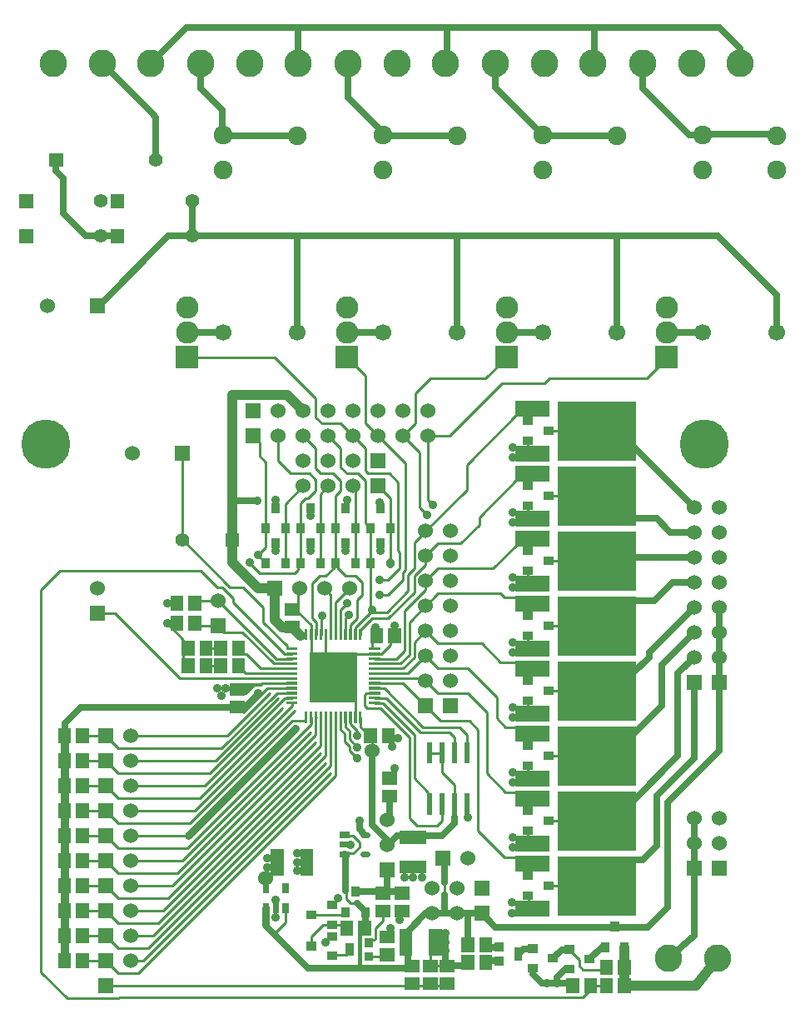
<source format=gbr>
G04 start of page 2 for group 0 idx 0 *
G04 Title: (unknown), top *
G04 Creator: pcb 4.1.3 *
G04 CreationDate: Fri Aug 16 20:44:32 2019 UTC *
G04 For: leha *
G04 Format: Gerber/RS-274X *
G04 PCB-Dimensions (mil): 3149.61 3937.01 *
G04 PCB-Coordinate-Origin: lower left *
%MOIN*%
%FSLAX25Y25*%
%LNTOP*%
%ADD43C,0.0512*%
%ADD42C,0.0480*%
%ADD41C,0.0433*%
%ADD40C,0.0300*%
%ADD39C,0.0380*%
%ADD38C,0.0500*%
%ADD37C,0.1378*%
%ADD36C,0.0350*%
%ADD35C,0.0200*%
%ADD34C,0.0757*%
%ADD33C,0.0281*%
%ADD32C,0.1969*%
%ADD31C,0.0360*%
%ADD30C,0.0340*%
%ADD29C,0.0240*%
%ADD28C,0.0900*%
%ADD27C,0.0748*%
%ADD26C,0.0669*%
%ADD25C,0.0550*%
%ADD24C,0.1100*%
%ADD23C,0.0600*%
%ADD22C,0.0198*%
%ADD21C,0.0120*%
%ADD20C,0.0171*%
%ADD19C,0.0407*%
%ADD18C,0.0335*%
%ADD17C,0.0298*%
%ADD16C,0.0256*%
%ADD15C,0.0177*%
%ADD14C,0.0400*%
%ADD13C,0.0250*%
%ADD12C,0.0098*%
%ADD11C,0.0001*%
G54D11*G36*
X121500Y141201D02*X140500D01*
Y121201D01*
X121500D01*
Y141201D01*
G37*
G36*
X95000Y124201D02*Y127701D01*
X100000D01*
X96500Y124201D01*
X95000D01*
G37*
G54D12*X132000Y91701D02*Y115157D01*
X131985Y115172D01*
X130000Y95701D02*Y115156D01*
X130016Y115172D01*
X139859D02*Y122060D01*
X147529Y120875D02*X150826D01*
X163500Y108201D01*
X141827Y115172D02*Y111374D01*
X144000Y109201D01*
X140500Y109701D02*Y107701D01*
X137890Y115172D02*Y112311D01*
X140500Y109701D01*
X135922Y115172D02*Y111279D01*
X137400Y109801D01*
X133953Y115172D02*Y110248D01*
X135400Y108801D01*
X137400Y109801D02*Y106301D01*
X140500Y103201D01*
X135400Y108801D02*Y105301D01*
X137400Y103301D01*
Y101801D01*
X140500Y98701D01*
X146500Y101701D02*Y107158D01*
X145957Y107701D01*
X161500Y107201D02*Y74701D01*
X163500Y108201D02*Y90701D01*
X169000Y85201D01*
Y80951D01*
X169500Y80451D01*
Y100951D02*X174500D01*
Y93201D01*
X174000Y113701D02*X172000Y115701D01*
X161500Y74701D02*X164500Y71701D01*
X172500D01*
X174500Y73701D01*
Y93201D02*X179500Y88201D01*
X174500Y73701D02*Y80451D01*
X179500Y88201D02*Y75201D01*
G54D13*Y72701D01*
X174500Y67701D01*
X156478D01*
X153500Y83658D02*Y75201D01*
X146500Y72201D02*Y101701D01*
G54D12*X137000Y67701D02*X139000D01*
G54D13*X143700Y68101D02*X141500Y70301D01*
Y73701D01*
X153000Y65701D02*X146500Y72201D01*
X275500Y139201D02*X269000Y132701D01*
X275500Y149201D02*X262500Y136201D01*
X285500Y159201D02*Y101701D01*
X262500Y136201D02*Y119701D01*
X275500Y159201D02*X257500Y141201D01*
Y139201D01*
X275500Y27701D02*Y75701D01*
X255000Y58201D02*X260500Y63701D01*
X285500Y101701D02*X265000Y81201D01*
Y39201D01*
X257000Y31201D01*
X260500Y63701D02*Y83701D01*
X275500Y98701D01*
X269000Y99701D02*X251500Y82201D01*
X275500Y129201D02*Y98701D01*
X269000Y132701D02*Y99701D01*
X262500Y119701D02*X251000Y108201D01*
X257500Y139201D02*X251000Y132701D01*
X205077Y20445D02*X207233Y22601D01*
X210800D01*
X219000Y18701D02*X222500Y22201D01*
X225500D01*
G54D12*X229500Y18201D02*X225500Y22201D01*
G54D13*X233700Y18401D02*X238500Y23201D01*
X239500D01*
G54D12*Y14201D02*X231000D01*
X240457Y7701D02*X234043D01*
Y6244D01*
X231000Y3201D01*
Y14201D02*X229500Y15701D01*
Y18201D01*
X240500Y15201D02*X239500Y14201D01*
G54D13*X247600Y23101D02*Y7758D01*
X247543Y7701D01*
G54D14*X247600Y8201D02*Y23101D01*
Y7701D02*X276200D01*
X285000Y18701D01*
G54D13*X265300D02*X275500Y27701D01*
X257000Y31201D02*X196000D01*
X190500Y36701D01*
X253211Y58146D02*X249711D01*
X253500Y58201D02*X255000D01*
G54D12*X209000Y51701D02*Y54201D01*
X209211Y43646D02*Y40646D01*
X217711Y47646D02*X222211D01*
X196500Y123201D02*Y114701D01*
X200000Y111201D01*
X204500D01*
X231000Y3201D02*X45500D01*
X175586Y7701D02*X40000D01*
X45500Y3201D02*X45000Y2701D01*
G54D13*X225957Y8701D02*X226957Y7701D01*
X225957Y8701D02*X226728Y7929D01*
X225500Y14501D02*X223800D01*
X220500Y11201D01*
Y8701D01*
X210800Y14801D02*Y12401D01*
X214500Y8701D01*
X225957D01*
X161000Y14701D02*X121000D01*
G54D12*X176500Y8615D02*X175586Y7701D01*
G54D13*X175000Y58701D02*X175500Y58201D01*
Y49201D01*
G54D12*Y44201D01*
G54D13*Y36701D01*
X104000Y32201D02*Y38601D01*
X104100Y31601D02*Y38701D01*
G54D12*X111900D02*Y33101D01*
G54D13*X104000Y38601D02*X104100Y38701D01*
G54D12*X130500Y19701D02*X131000Y20201D01*
X136500D01*
X122300Y23601D02*Y27501D01*
X127000Y32201D01*
G54D13*X121000Y14701D02*X104100Y31601D01*
G54D12*X111900Y33101D02*X107250Y28451D01*
X122300Y36101D02*X134900D01*
X136000Y37201D01*
X127000Y32201D02*X134957D01*
X136457Y30701D01*
X136250Y42451D02*Y45451D01*
X136000Y45701D01*
G54D15*X141500Y28658D02*Y14701D01*
G54D12*X148000Y26701D02*X147500Y26201D01*
X146421D01*
X145177Y24957D01*
X141500Y28658D02*X143800Y30958D01*
X151000Y37658D02*Y33701D01*
X148000Y30701D01*
Y26701D01*
G54D16*X143800Y37201D02*Y30958D01*
G54D13*Y37701D02*X143500D01*
X140500Y40701D01*
G54D12*X138000D01*
X136250Y42451D01*
X145177Y19445D02*X151787D01*
X152500Y20158D01*
X139900Y45401D02*X150343D01*
X151000Y44744D01*
G54D13*X152500Y64201D02*X153000D01*
X156500Y67701D01*
X152500Y54201D02*Y45901D01*
X152000Y45401D01*
X153000Y64201D02*Y65701D01*
X136000Y45701D02*Y59801D01*
X135500Y60301D01*
G54D12*X137100D01*
X139000Y67701D02*X141500Y65201D01*
Y63201D01*
X139000Y60701D01*
X136500D01*
G54D13*X140500Y45401D02*X157843D01*
X158500Y44744D01*
X190500Y36701D02*X168000D01*
X160500Y29201D01*
Y26201D01*
X161000Y25701D01*
X184914Y24201D02*Y36615D01*
X185000Y36701D01*
X161000Y25701D02*Y14701D01*
G54D12*X170000Y15701D02*Y23153D01*
X171905Y25058D01*
G54D13*X197400Y23201D02*X193000D01*
X192000Y24201D01*
G54D12*X176500Y15701D02*X170000D01*
G54D13*X176500D02*X183414D01*
X184914Y17201D01*
X197400Y17689D02*X192488D01*
X192000Y17201D01*
X176000Y28658D02*Y16201D01*
X176500Y15701D01*
G54D12*X209000Y77701D02*Y80701D01*
Y69701D02*Y66701D01*
X217500Y73701D02*X222000D01*
X209000Y103701D02*Y106701D01*
Y95701D02*Y92701D01*
X217500Y99701D02*X222000D01*
X189000Y110201D02*Y69701D01*
X192500Y117201D02*Y92701D01*
X189000Y69701D02*X199500Y59201D01*
X192500Y92701D02*X200000Y85201D01*
X205000D01*
X199500Y59201D02*X204500D01*
X209000Y129701D02*Y132701D01*
Y121701D02*Y118701D01*
X217500Y125701D02*X222000D01*
X217500Y151701D02*X222000D01*
X209000Y155701D02*Y158701D01*
Y147701D02*Y144701D01*
X190500D02*X198000Y137201D01*
X204500D01*
X173000Y124701D02*X185000D01*
X192500Y117201D01*
X191750Y127951D02*X196500Y123201D01*
X73500Y72701D02*X114500Y113701D01*
G54D17*X73000Y67701D02*X116000Y110701D01*
G54D12*X72500Y62701D02*X122142Y112343D01*
G54D13*X92500Y119201D02*X30000D01*
G54D12*X70500Y57701D02*X122000Y109201D01*
X68500Y52701D02*X124000Y108201D01*
X66500Y47701D02*X124000Y105201D01*
X65000Y42701D02*X126000Y103701D01*
X63000Y37701D02*X126000Y100701D01*
X61000Y32701D02*X128000Y99701D01*
X59000Y27701D02*X128000Y96701D01*
X57000Y22701D02*X130000Y95701D01*
X55000Y17701D02*X130000Y92701D01*
X53000Y12701D02*X132000Y91701D01*
X50000Y57701D02*X70500D01*
X40000D02*X30543D01*
Y67701D02*X40000D01*
Y57701D02*X45000Y52701D01*
X40000Y47701D02*X45000Y42701D01*
X40000Y37701D02*X45000Y32701D01*
X40000Y27701D02*X45000Y22701D01*
Y52701D02*X68500D01*
X50000Y47701D02*X66500D01*
X45000Y42701D02*X65000D01*
X30543Y47701D02*X40000D01*
X50000Y37701D02*X63000D01*
X45000Y32701D02*X61000D01*
X50000Y27701D02*X59000D01*
X45000Y22701D02*X57000D01*
X40000Y27701D02*X30543D01*
Y37701D02*X40000D01*
X50000Y17701D02*X55000D01*
X30543D02*X40000D01*
X45000Y12701D01*
X53000D01*
X45000Y2701D02*X24500D01*
X14000Y13201D01*
X40000Y77701D02*X30543D01*
Y87701D02*X40000D01*
X30543Y97701D02*X40000D01*
X30543Y107701D02*X40000D01*
G54D18*X23457D02*Y17701D01*
G54D13*X30000Y119201D02*X23457Y112658D01*
Y106744D01*
G54D12*X14000Y13201D02*Y166201D01*
X21500Y173701D01*
X78000D01*
X40000Y107701D02*X45000Y102701D01*
X86300D01*
X40000Y97701D02*X45000Y92701D01*
X81600D01*
X50000Y107701D02*X88500D01*
X50000Y97701D02*X84000D01*
X40000Y87701D02*X45000Y82701D01*
X40000Y77701D02*X45000Y72701D01*
X51500D01*
X40000Y67701D02*X45000Y62701D01*
Y82701D02*X77500D01*
X50000Y87701D02*X79700D01*
X50000Y77701D02*X75500D01*
X51000Y72701D02*X73500D01*
X50000Y67701D02*X73000D01*
X45000Y62701D02*X72500D01*
X86300Y102701D02*X108410Y124811D01*
X114471D01*
X111741Y122842D02*X114471D01*
X114500Y120403D02*X114471Y120874D01*
X88500Y107701D02*X105500Y124701D01*
X77500Y82701D02*X114500Y119701D01*
X84000Y97701D02*X109000Y122701D01*
X79700Y87701D02*X110700Y118701D01*
X75500Y77701D02*X115500Y117701D01*
X122142Y112343D02*Y115172D01*
X124000Y108201D02*Y115061D01*
X124111Y115172D01*
X126000Y103701D02*Y113201D01*
X128000Y99701D02*Y114201D01*
X114500Y119701D02*Y120403D01*
Y113701D02*X120000D01*
X122500Y168701D02*Y154701D01*
X124110Y148230D02*Y153091D01*
X122500Y154701D02*X124110Y153091D01*
X126078Y148230D02*Y155279D01*
X126500Y155701D01*
X122500Y168701D02*X125500Y171701D01*
X128000D01*
G54D19*X118000Y147701D02*X114500Y151201D01*
X110500D01*
X107500Y154201D01*
G54D12*X103000Y153201D02*X112500Y143701D01*
Y142701D01*
G54D19*X107500Y154201D02*Y166701D01*
G54D12*X103000Y159201D02*Y153201D01*
X36500Y156701D02*X43500D01*
X69500Y130701D01*
X94500Y149201D02*X87000D01*
G54D20*X88000Y126701D02*X90500D01*
G54D12*X85000Y151701D02*X76543D01*
X75543Y152701D01*
X95293Y140451D02*X93043Y142701D01*
X90500Y183701D02*Y185701D01*
G54D16*X91000Y178701D02*X90500Y179201D01*
G54D12*X70600Y186301D02*X89700Y167201D01*
X85000Y161701D02*X76543D01*
X75543Y160701D01*
X114471Y126779D02*X104578D01*
X114471Y128748D02*X102547D01*
X101586Y132701D02*X114000D01*
X114471Y134653D02*X102048D01*
X114471Y136622D02*X109579D01*
X114471Y138590D02*X108111D01*
X107079Y136622D02*X109921D01*
X102547Y128748D02*X102000Y128201D01*
X69500Y130701D02*X114500D01*
G54D21*X102000Y128201D02*X93500D01*
G54D22*X101000Y124701D02*X95000Y118701D01*
G54D12*X104578Y126779D02*X95000Y117201D01*
X102000Y132701D02*X96043D01*
X93043Y135701D01*
X96250Y140451D02*X95293D01*
X102048Y134653D02*X96250Y140451D01*
X94500Y149201D02*X107079Y136622D01*
X108111Y138590D02*X85000Y161701D01*
X111800Y176701D02*Y190701D01*
X101000Y180201D02*X104000Y176701D01*
Y183201D02*X101000Y180201D01*
X97500Y176701D02*X101500Y172701D01*
X102500Y167201D02*X91000Y178701D01*
G54D19*X101000Y166701D02*X90600Y177101D01*
G54D12*X95000Y167201D02*X103000Y159201D01*
X89700Y167201D02*X95000D01*
X101500Y172701D02*X115500D01*
X117000Y174201D01*
Y175701D01*
X118000Y176701D01*
G54D16*X107500Y167201D02*X102500D01*
G54D19*X107500Y166701D02*X101000D01*
G54D12*X97500Y177201D02*Y176701D01*
G54D16*X90500Y179201D02*Y186201D01*
G54D19*X90600Y177101D02*Y186201D01*
G54D13*X16500Y280201D02*Y279701D01*
X23000Y316701D02*X32000Y307701D01*
X44500D01*
X23000Y330701D02*Y316701D01*
X20000Y333701D02*X23000Y330701D01*
X65000Y307701D02*X36500Y279201D01*
X20000Y338201D02*Y333701D01*
X38400Y376701D02*X58400Y356701D01*
X60000Y355201D02*Y338201D01*
X58500Y356701D02*X60000Y355201D01*
X78000Y366701D02*X86500Y358201D01*
X78000Y376701D02*Y366701D01*
X74500Y321701D02*Y307701D01*
X87000Y269201D02*X72500D01*
X137000Y376701D02*Y363201D01*
X117000Y376901D02*Y391201D01*
X116800Y376701D02*X117000Y376901D01*
X87260Y347941D02*X116500D01*
X86500Y358201D02*Y348701D01*
X87000Y348201D01*
X175800Y376701D02*X176500Y377401D01*
X151260Y347941D02*X180500D01*
X137000Y363201D02*X151000Y349201D01*
Y348201D01*
X65000Y307701D02*X285000D01*
X176500Y377401D02*Y391201D01*
X72300D02*X285500D01*
X57800Y376701D02*X72300Y391201D01*
X255000Y376701D02*Y366701D01*
X273500Y348201D01*
X279000D01*
X235500Y377401D02*Y391201D01*
X234800Y376701D02*X235500Y377401D01*
X293800Y382501D02*Y376701D01*
X294000Y382701D02*X293800Y382501D01*
X285500Y391201D02*X294000Y382701D01*
X215260Y347941D02*X244500D01*
X196000Y376701D02*Y367201D01*
X215000Y348201D01*
X279120Y348321D02*X308120D01*
X116500Y269201D02*Y307701D01*
G54D12*X124000Y242701D02*X107500Y259201D01*
X72500D01*
G54D13*X151000Y269201D02*X136500D01*
G54D12*X144000Y232701D02*Y251701D01*
X136500Y259201D01*
X164000Y244701D02*X170000Y250701D01*
X192000D01*
X200500Y259201D01*
X177500Y227701D02*X198500Y248701D01*
X215500D01*
X217500Y250701D01*
G54D13*X285000Y307701D02*X308500Y284201D01*
Y269201D01*
X279000D02*X264500D01*
X244500D02*Y307701D01*
X180500Y269201D02*Y307701D01*
X215000Y269201D02*X200500D01*
G54D12*X217500Y250701D02*X256500D01*
X264500Y258701D01*
G54D13*X275500Y199201D02*X249000Y225701D01*
X275500Y189201D02*X266000D01*
X260500Y194701D01*
X249500D01*
X275500Y179201D02*X250500D01*
X275500Y169201D02*X267000D01*
X259500Y161701D01*
X250500D01*
G54D12*X122141Y148230D02*Y142560D01*
Y148230D02*Y152060D01*
X117000Y157201D01*
X111642Y140559D02*X91000Y161201D01*
X122141Y142701D02*Y140560D01*
X128047Y148230D02*Y140748D01*
X114471Y140559D02*X111642D01*
X117500Y166701D02*X117000Y166201D01*
Y159701D01*
X127500Y166701D02*X130000Y164201D01*
X131984Y161185D02*X137500Y166701D01*
X133952Y158153D02*X136500Y160701D01*
X130000Y164201D02*Y148201D01*
X131984Y148230D02*Y161185D01*
X133952Y148230D02*Y158153D01*
X137889Y148230D02*Y152090D01*
X137100Y156101D02*X135900Y154901D01*
Y149901D01*
X91000Y161201D02*Y162701D01*
X64500Y152701D02*X71000Y146201D01*
Y134701D01*
X80043Y142701D02*X85957D01*
X80043Y135701D02*X85957D01*
X81600Y92701D02*X111600Y122701D01*
X168000Y179701D02*X173000Y184701D01*
X209000Y181701D02*Y184701D01*
Y173701D02*Y170701D01*
X217500Y177701D02*X222000D01*
X173000Y174701D02*X195000D01*
X204500Y184201D01*
X173000Y164701D02*X191500D01*
X168000Y176201D02*Y179701D01*
X173000Y184701D02*X182000D01*
X189500Y192201D01*
X188000Y164701D02*X198000D01*
X199500Y163201D01*
X204000D01*
X168000Y169701D02*X173000Y174701D01*
X168000Y166201D02*Y169701D01*
X163500Y165201D02*Y171701D01*
X168000Y176201D01*
X161000Y172201D02*X163500Y174701D01*
X161000Y172201D02*Y165701D01*
X159000Y170201D02*X153000Y164201D01*
X159000Y173201D02*Y170201D01*
X160000Y174201D02*X159000Y173201D01*
X157000Y181701D02*X157500Y181201D01*
Y174701D01*
X153000Y170201D01*
X149500D01*
X209000Y207701D02*Y210701D01*
Y199701D02*Y196701D01*
X217500Y203701D02*X222000D01*
X209000Y233701D02*Y236701D01*
Y225701D02*Y222701D01*
X217500Y229701D02*X222000D01*
X167500Y189201D02*X163500Y185201D01*
Y174701D01*
X165500Y199201D02*Y221201D01*
X159000Y227701D01*
X169000Y202201D02*Y227701D01*
X159000D02*X164000Y232701D01*
X168500Y196201D02*X165500Y199201D01*
X168000Y189701D02*X184500Y206201D01*
X171000Y200201D02*X169000Y202201D01*
X189500Y192201D02*Y195201D01*
X169000Y227701D02*X177500D01*
X184500Y206201D02*Y216201D01*
X205000Y236701D01*
X189500Y195201D02*X205000Y210701D01*
X132000Y190701D02*Y177201D01*
X139800Y190401D02*Y176701D01*
X132000D02*Y176201D01*
X128000Y171701D02*X131500Y175201D01*
X136000Y171701D02*X132500Y175201D01*
X131500D02*Y176201D01*
X132500Y175201D02*Y175701D01*
X132000Y176201D01*
X131500D02*X132000Y176701D01*
X142500Y164201D02*Y169201D01*
X140000Y171701D01*
X136000D01*
X146000Y157201D02*Y190701D01*
X144000Y192701D01*
X139800Y190701D02*Y201901D01*
X153800Y176701D02*Y202901D01*
X149000Y207701D01*
X139800Y201701D02*Y206901D01*
X139000Y207701D01*
X144000Y209701D02*Y192701D01*
X160000Y216701D02*Y174201D01*
X164000Y232701D02*Y244701D01*
X157000Y209201D02*Y181701D01*
Y209201D02*Y208701D01*
X144000Y209701D02*X141000Y212701D01*
X144000Y222701D02*Y213701D01*
X145000Y212701D01*
X144000Y222701D02*X134000Y232701D01*
X160000Y216701D02*X144000Y232701D01*
X141000Y212701D02*X136500D01*
X145000D02*X153500D01*
X157000Y209201D01*
X136500Y212701D02*X134000Y215201D01*
X125800Y176701D02*Y204501D01*
X132000Y191201D02*Y203701D01*
X111800Y191401D02*Y200501D01*
X119000Y207701D01*
X118000Y176701D02*Y200701D01*
G54D19*X90500Y244201D02*Y185701D01*
G54D12*X91000Y162701D02*X86500Y167201D01*
X84500D01*
X78000Y173701D01*
X70500Y220701D02*Y186201D01*
X104000Y183201D02*Y217201D01*
X101500Y219701D01*
X109000Y217701D02*Y227701D01*
X124000Y222701D02*X119000Y227701D01*
X101500Y225201D02*Y219701D01*
X114000Y212701D02*X109000Y217701D01*
G54D19*X119000Y237701D02*X112500Y244201D01*
G54D12*X126500Y232701D02*X124000Y235201D01*
Y242701D01*
X118000Y200701D02*X120000Y202701D01*
G54D13*X100500Y201701D02*X90500D01*
G54D19*X112000Y244201D02*X90500D01*
G54D12*X121500Y212701D02*X114000D01*
X120000Y202701D02*X121000D01*
X124000Y205701D01*
Y210201D02*X121500Y212701D01*
X124000Y210201D02*Y205701D01*
X126000Y212701D02*X124000Y214701D01*
Y222701D01*
X125800Y204501D02*X129000Y207701D01*
X132000Y203701D02*X134000Y205701D01*
Y209701D02*X131000Y212701D01*
X126000D01*
X134000Y209701D02*Y205701D01*
Y215201D02*Y222701D01*
X129000Y227701D01*
X134000Y232701D02*X126500D01*
X147529Y140560D02*X141859D01*
X148457Y147701D02*X146500Y145744D01*
Y142701D01*
X147529Y140560D02*X150359D01*
X154000Y144201D01*
Y145201D01*
X142000Y140560D02*X140141D01*
X142500Y164201D02*X140500Y162201D01*
Y154701D01*
X142500Y153701D03*
X141826Y148230D02*Y150027D01*
X146500Y154701D01*
X139858Y151059D02*X146500Y157701D01*
X146000Y157201D02*X144750Y155951D01*
X146500Y154701D02*X153000D01*
X152500Y157201D02*X146000D01*
X149500Y163701D02*Y164201D01*
X153000D02*X149500D01*
X140500Y154701D02*X137889Y152090D01*
X139858Y148230D02*Y151059D01*
X147529Y128749D02*X158952D01*
X147529Y126780D02*X151421D01*
X152358Y122843D02*X147529D01*
Y124812D02*X144111D01*
X143500Y124201D01*
X147529Y130717D02*X166984D01*
X147529Y132686D02*X160985D01*
X151421Y126780D02*X167000Y111201D01*
X166000Y109201D02*X152358Y122843D01*
X150000Y118701D02*X161500Y107201D01*
X189000Y110201D02*X185500Y113701D01*
X174000D01*
X143500Y124201D02*Y119701D01*
X144500Y118701D01*
X150000D01*
X168000Y149701D02*X173000Y144701D01*
X168000Y139701D02*X173000Y134701D01*
X160985Y132686D02*X168000Y139701D01*
X163500Y145201D02*X168000Y149701D01*
X173000Y164701D02*X161500Y153201D01*
X159500Y141701D02*Y157701D01*
X168000Y166201D01*
X147529Y134654D02*X158953D01*
X147529Y136623D02*X157922D01*
X147529Y138591D02*X156390D01*
X158953Y134654D02*X163500Y139201D01*
Y145201D01*
X157922Y136623D02*X161500Y140201D01*
Y153201D01*
X153000Y154701D02*X163500Y165201D01*
X156390Y138591D02*X159500Y141701D01*
X161000Y165701D02*X152500Y157201D01*
X173000Y114701D02*X158952Y128749D01*
X173000Y124701D02*X166984Y130717D01*
X167000Y111201D02*X181500D01*
X166000Y109201D02*X177500D01*
X179500Y107201D01*
X181500Y111201D02*X184500Y108201D01*
Y103201D01*
X179500Y107201D02*Y100951D01*
X173000Y134701D02*X185000D01*
X192000Y127701D01*
X173000Y144701D02*X190500D01*
G54D23*X168000Y149701D03*
Y159701D03*
Y169701D03*
Y179701D03*
G54D11*G36*
X165000Y122701D02*Y116701D01*
X171000D01*
Y122701D01*
X165000D01*
G37*
G54D23*X168000Y129701D03*
Y139701D03*
Y189701D03*
X178000D03*
G54D11*G36*
X175000Y122701D02*Y116701D01*
X181000D01*
Y122701D01*
X175000D01*
G37*
G54D23*X178000Y129701D03*
Y139701D03*
Y149701D03*
Y159701D03*
Y169701D03*
Y179701D03*
G54D11*G36*
X272500Y132201D02*Y126201D01*
X278500D01*
Y132201D01*
X272500D01*
G37*
G54D23*X275500Y139201D03*
Y149201D03*
Y159201D03*
Y169201D03*
Y179201D03*
Y189201D03*
Y199201D03*
X285500D03*
G54D11*G36*
X282500Y132201D02*Y126201D01*
X288500D01*
Y132201D01*
X282500D01*
G37*
G54D23*X285500Y139201D03*
Y149201D03*
Y159201D03*
Y169201D03*
Y179201D03*
Y189201D03*
G54D11*G36*
X187500Y39701D02*Y33701D01*
X193500D01*
Y39701D01*
X187500D01*
G37*
G36*
Y49701D02*Y43701D01*
X193500D01*
Y49701D01*
X187500D01*
G37*
G54D23*X180500Y36701D03*
X170500D03*
G54D11*G36*
X172000Y61701D02*Y55701D01*
X178000D01*
Y61701D01*
X172000D01*
G37*
G54D23*X185000Y58701D03*
X180500Y46701D03*
X170500D03*
G54D24*X285000Y18701D03*
X265300D03*
G54D11*G36*
X272500Y57701D02*Y51701D01*
X278500D01*
Y57701D01*
X272500D01*
G37*
G54D23*X275500Y64701D03*
Y74701D03*
G54D11*G36*
X282500Y57701D02*Y51701D01*
X288500D01*
Y57701D01*
X282500D01*
G37*
G54D23*X285500Y64701D03*
Y74701D03*
G54D11*G36*
X104500Y169701D02*Y163701D01*
X110500D01*
Y169701D01*
X104500D01*
G37*
G54D23*X117500Y166701D03*
X127500D03*
X137500D03*
G54D11*G36*
X82000Y154701D02*Y148701D01*
X88000D01*
Y154701D01*
X82000D01*
G37*
G54D23*X85000Y161701D03*
G54D11*G36*
X87850Y188951D02*Y183451D01*
X93350D01*
Y188951D01*
X87850D01*
G37*
G36*
X33500Y159701D02*Y153701D01*
X39500D01*
Y159701D01*
X33500D01*
G37*
G36*
X37000Y110701D02*Y104701D01*
X43000D01*
Y110701D01*
X37000D01*
G37*
G54D23*X50000Y107701D03*
G54D11*G36*
X37000Y100701D02*Y94701D01*
X43000D01*
Y100701D01*
X37000D01*
G37*
G54D25*X70600Y186201D03*
G54D11*G36*
X37000Y40701D02*Y34701D01*
X43000D01*
Y40701D01*
X37000D01*
G37*
G54D23*X50000Y37701D03*
G54D11*G36*
X37000Y50701D02*Y44701D01*
X43000D01*
Y50701D01*
X37000D01*
G37*
G54D23*X50000Y47701D03*
Y97701D03*
Y87701D03*
Y77701D03*
Y67701D03*
Y57701D03*
G54D11*G36*
X37000Y90701D02*Y84701D01*
X43000D01*
Y90701D01*
X37000D01*
G37*
G36*
Y80701D02*Y74701D01*
X43000D01*
Y80701D01*
X37000D01*
G37*
G36*
Y70701D02*Y64701D01*
X43000D01*
Y70701D01*
X37000D01*
G37*
G36*
Y60701D02*Y54701D01*
X43000D01*
Y60701D01*
X37000D01*
G37*
G36*
Y30701D02*Y24701D01*
X43000D01*
Y30701D01*
X37000D01*
G37*
G54D23*X50000Y27701D03*
G54D11*G36*
X37000Y20701D02*Y14701D01*
X43000D01*
Y20701D01*
X37000D01*
G37*
G54D23*X50000Y17701D03*
G54D11*G36*
X37000Y10701D02*Y4701D01*
X43000D01*
Y10701D01*
X37000D01*
G37*
G36*
X146000Y210701D02*Y204701D01*
X152000D01*
Y210701D01*
X146000D01*
G37*
G54D23*X139000Y207701D03*
G54D11*G36*
X146000Y220701D02*Y214701D01*
X152000D01*
Y220701D01*
X146000D01*
G37*
G54D23*X139000Y217701D03*
X129000Y207701D03*
X119000D03*
X129000Y217701D03*
X119000D03*
G54D11*G36*
X149500Y57201D02*Y51201D01*
X155500D01*
Y57201D01*
X149500D01*
G37*
G54D23*X152500Y64201D03*
Y74201D03*
X149000Y227701D03*
X159000D03*
X169000D03*
G54D11*G36*
X96000Y230701D02*Y224701D01*
X102000D01*
Y230701D01*
X96000D01*
G37*
G54D23*X109000Y227701D03*
G54D11*G36*
X96000Y240701D02*Y234701D01*
X102000D01*
Y240701D01*
X96000D01*
G37*
G54D23*X109000Y237701D03*
X119000Y227701D03*
X129000D03*
X139000D03*
X119000Y237701D03*
G54D26*X116500Y269201D03*
G54D23*X129000Y237701D03*
X36500Y166701D03*
G54D11*G36*
X67500Y223701D02*Y217701D01*
X73500D01*
Y223701D01*
X67500D01*
G37*
G54D24*X78000Y376701D03*
X97400D03*
X116800D03*
X137000D03*
X156400D03*
X175800D03*
G54D27*X150972Y334161D03*
X180500Y347941D03*
G54D25*X74500Y307701D03*
G54D27*X86972Y334161D03*
X116500Y347941D03*
G54D25*X74500Y321701D03*
G54D24*X196000Y376701D03*
X215400D03*
X234800D03*
X255000D03*
X274400D03*
X293800D03*
G54D26*X278972Y269201D03*
X308500D03*
G54D27*X278972Y334161D03*
X214972D03*
X308500Y347941D03*
X244500D03*
G54D26*X214972Y269201D03*
X244500D03*
G54D11*G36*
X260000Y263701D02*Y254701D01*
X269000D01*
Y263701D01*
X260000D01*
G37*
G54D28*X264500Y269201D03*
Y279201D03*
G54D23*X139000Y237701D03*
G54D11*G36*
X132000Y263701D02*Y254701D01*
X141000D01*
Y263701D01*
X132000D01*
G37*
G54D28*X136500Y269201D03*
Y279201D03*
G54D26*X150972Y269201D03*
G54D23*X149000Y237701D03*
X159000D03*
X169000D03*
G54D26*X180500Y269201D03*
G54D11*G36*
X196000Y263701D02*Y254701D01*
X205000D01*
Y263701D01*
X196000D01*
G37*
G54D28*X200500Y269201D03*
Y279201D03*
G54D23*X50500Y220701D03*
G54D24*X57800Y376701D03*
G54D25*X60000Y338201D03*
G54D11*G36*
X41750Y310451D02*Y304951D01*
X47250D01*
Y310451D01*
X41750D01*
G37*
G36*
X5250Y324451D02*Y318951D01*
X10750D01*
Y324451D01*
X5250D01*
G37*
G36*
Y310451D02*Y304951D01*
X10750D01*
Y310451D01*
X5250D01*
G37*
G54D25*X38000Y307701D03*
G54D11*G36*
X41750Y324451D02*Y318951D01*
X47250D01*
Y324451D01*
X41750D01*
G37*
G36*
X68000Y263701D02*Y254701D01*
X77000D01*
Y263701D01*
X68000D01*
G37*
G54D28*X72500Y269201D03*
Y279201D03*
G54D26*X86972Y269201D03*
G54D24*X19000Y376701D03*
X38400D03*
G54D11*G36*
X33500Y282701D02*Y276701D01*
X39500D01*
Y282701D01*
X33500D01*
G37*
G54D23*X16500Y279701D03*
G54D11*G36*
X17250Y340951D02*Y335451D01*
X22750D01*
Y340951D01*
X17250D01*
G37*
G54D25*X38000Y321701D03*
G54D11*G36*
X185500Y105201D02*X183500D01*
Y96701D01*
X185500D01*
Y105201D01*
G37*
G36*
X180500D02*X178500D01*
Y96701D01*
X180500D01*
Y105201D01*
G37*
G36*
X175500D02*X173500D01*
Y96701D01*
X175500D01*
Y105201D01*
G37*
G36*
X170500Y84701D02*X168500D01*
Y76201D01*
X170500D01*
Y84701D01*
G37*
G36*
X175500D02*X173500D01*
Y76201D01*
X175500D01*
Y84701D01*
G37*
G36*
X180500D02*X178500D01*
Y76201D01*
X180500D01*
Y84701D01*
G37*
G36*
X185500D02*X183500D01*
Y76201D01*
X185500D01*
Y84701D01*
G37*
G36*
X170500Y105201D02*X168500D01*
Y96701D01*
X170500D01*
Y105201D01*
G37*
G36*
X155602Y110653D02*X150484D01*
Y104749D01*
X155602D01*
Y110653D01*
G37*
G36*
X148516D02*X143398D01*
Y104749D01*
X148516D01*
Y110653D01*
G37*
G36*
X150548Y93303D02*Y88185D01*
X156452D01*
Y93303D01*
X150548D01*
G37*
G36*
Y86217D02*Y81099D01*
X156452D01*
Y86217D01*
X150548D01*
G37*
G36*
X158102Y150653D02*X152984D01*
Y144749D01*
X158102D01*
Y150653D01*
G37*
G36*
X151016D02*X145898D01*
Y144749D01*
X151016D01*
Y150653D01*
G37*
G36*
X145279Y121426D02*Y120324D01*
X149779D01*
Y121426D01*
X145279D01*
G37*
G36*
Y123394D02*Y122292D01*
X149779D01*
Y123394D01*
X145279D01*
G37*
G36*
Y125363D02*Y124261D01*
X149779D01*
Y125363D01*
X145279D01*
G37*
G36*
Y127331D02*Y126229D01*
X149779D01*
Y127331D01*
X145279D01*
G37*
G36*
Y129300D02*Y128198D01*
X149779D01*
Y129300D01*
X145279D01*
G37*
G36*
Y131268D02*Y130166D01*
X149779D01*
Y131268D01*
X145279D01*
G37*
G36*
Y133237D02*Y132135D01*
X149779D01*
Y133237D01*
X145279D01*
G37*
G36*
Y135205D02*Y134103D01*
X149779D01*
Y135205D01*
X145279D01*
G37*
G36*
Y137174D02*Y136072D01*
X149779D01*
Y137174D01*
X145279D01*
G37*
G36*
Y139142D02*Y138040D01*
X149779D01*
Y139142D01*
X145279D01*
G37*
G36*
Y141111D02*Y140009D01*
X149779D01*
Y141111D01*
X145279D01*
G37*
G36*
Y143079D02*Y141977D01*
X149779D01*
Y143079D01*
X145279D01*
G37*
G36*
X122964Y62515D02*X117846D01*
Y51887D01*
X122964D01*
Y62515D01*
G37*
G36*
X133500Y69301D02*Y66901D01*
X137500D01*
Y69301D01*
X133500D01*
G37*
G36*
Y65401D02*Y63001D01*
X137500D01*
Y65401D01*
X133500D01*
G37*
G36*
Y61501D02*Y59101D01*
X137500D01*
Y61501D01*
X133500D01*
G37*
G36*
X111154Y62515D02*X106036D01*
Y51887D01*
X111154D01*
Y62515D01*
G37*
G36*
X113100Y48901D02*X110700D01*
Y44901D01*
X113100D01*
Y48901D01*
G37*
G36*
X105300D02*X102900D01*
Y44901D01*
X105300D01*
Y48901D01*
G37*
G36*
Y40701D02*X102900D01*
Y36701D01*
X105300D01*
Y40701D01*
G37*
G36*
X109200D02*X106800D01*
Y36701D01*
X109200D01*
Y40701D01*
G37*
G36*
X113100D02*X110700D01*
Y36701D01*
X113100D01*
Y40701D01*
G37*
G36*
X128500Y41701D02*Y38301D01*
X132500D01*
Y41701D01*
X128500D01*
G37*
G36*
X120300Y37801D02*Y34401D01*
X124300D01*
Y37801D01*
X120300D01*
G37*
G36*
X137700Y39201D02*X134300D01*
Y35201D01*
X137700D01*
Y39201D01*
G37*
G36*
X141600Y47401D02*X138200D01*
Y43401D01*
X141600D01*
Y47401D01*
G37*
G36*
X145500Y39201D02*X142100D01*
Y35201D01*
X145500D01*
Y39201D01*
G37*
G54D29*X142900Y60301D02*X144500D01*
X142900Y68101D02*X144500D01*
G54D11*G36*
X157686Y57855D02*Y52737D01*
X168314D01*
Y57855D01*
X157686D01*
G37*
G36*
Y69665D02*Y64547D01*
X168314D01*
Y69665D01*
X157686D01*
G37*
G36*
X148048Y40217D02*Y35099D01*
X153952D01*
Y40217D01*
X148048D01*
G37*
G36*
Y47303D02*Y42185D01*
X153952D01*
Y47303D01*
X148048D01*
G37*
G36*
X155548D02*Y42185D01*
X161452D01*
Y47303D01*
X155548D01*
G37*
G36*
Y40217D02*Y35099D01*
X161452D01*
Y40217D01*
X155548D01*
G37*
G36*
X229516Y10653D02*X224398D01*
Y4749D01*
X229516D01*
Y10653D01*
G37*
G36*
X236602D02*X231484D01*
Y4749D01*
X236602D01*
Y10653D01*
G37*
G36*
X243016D02*X237898D01*
Y4749D01*
X243016D01*
Y10653D01*
G37*
G36*
X250102D02*X244984D01*
Y4749D01*
X250102D01*
Y10653D01*
G37*
G36*
X250145Y18153D02*X245027D01*
Y12249D01*
X250145D01*
Y18153D01*
G37*
G36*
X249300Y25101D02*X245900D01*
Y21101D01*
X249300D01*
Y25101D01*
G37*
G36*
X245400Y33301D02*X242000D01*
Y29301D01*
X245400D01*
Y33301D01*
G37*
G36*
X206652Y23004D02*X203502D01*
Y17886D01*
X206652D01*
Y23004D01*
G37*
G36*
X208800Y24301D02*Y20901D01*
X212800D01*
Y24301D01*
X208800D01*
G37*
G36*
Y16501D02*Y13101D01*
X212800D01*
Y16501D01*
X208800D01*
G37*
G36*
X223500Y24001D02*Y20601D01*
X227500D01*
Y24001D01*
X223500D01*
G37*
G36*
Y16201D02*Y12801D01*
X227500D01*
Y16201D01*
X223500D01*
G37*
G36*
X231700Y20101D02*Y16701D01*
X235700D01*
Y20101D01*
X231700D01*
G37*
G36*
X243059Y18153D02*X237941D01*
Y12249D01*
X243059D01*
Y18153D01*
G37*
G36*
X241500Y25101D02*X238100D01*
Y21101D01*
X241500D01*
Y25101D01*
G37*
G36*
X217000Y20401D02*Y17001D01*
X221000D01*
Y20401D01*
X217000D01*
G37*
G36*
X195628Y24972D02*Y21429D01*
X199172D01*
Y24972D01*
X195628D01*
G37*
G36*
X194559Y27153D02*X189441D01*
Y21249D01*
X194559D01*
Y27153D01*
G37*
G36*
X187473D02*X182355D01*
Y21249D01*
X187473D01*
Y27153D01*
G37*
G36*
X195628Y19461D02*Y15917D01*
X199172D01*
Y19461D01*
X195628D01*
G37*
G36*
X187473Y20153D02*X182355D01*
Y14249D01*
X187473D01*
Y20153D01*
G37*
G36*
X194559D02*X189441D01*
Y14249D01*
X194559D01*
Y20153D01*
G37*
G36*
X159548Y11174D02*Y6056D01*
X165452D01*
Y11174D01*
X159548D01*
G37*
G36*
Y18260D02*Y13142D01*
X165452D01*
Y18260D01*
X159548D01*
G37*
G36*
X173548D02*Y13142D01*
X179452D01*
Y18260D01*
X173548D01*
G37*
G36*
Y11174D02*Y6056D01*
X179452D01*
Y11174D01*
X173548D01*
G37*
G36*
X167048Y18260D02*Y13142D01*
X172952D01*
Y18260D01*
X167048D01*
G37*
G36*
Y11174D02*Y6056D01*
X172952D01*
Y11174D01*
X167048D01*
G37*
G36*
X174464Y30372D02*X169346D01*
Y19744D01*
X174464D01*
Y30372D01*
G37*
G36*
X162654D02*X157536D01*
Y19744D01*
X162654D01*
Y30372D01*
G37*
G36*
X149548Y29803D02*Y24685D01*
X155452D01*
Y29803D01*
X149548D01*
G37*
G36*
Y22717D02*Y17599D01*
X155452D01*
Y22717D01*
X149548D01*
G37*
G36*
X143406Y21217D02*Y17673D01*
X146949D01*
Y21217D01*
X143406D01*
G37*
G36*
Y26728D02*Y23185D01*
X146949D01*
Y26728D01*
X143406D01*
G37*
G36*
X139075Y24760D02*X135925D01*
Y19642D01*
X139075D01*
Y24760D01*
G37*
G36*
X128500Y21401D02*Y18001D01*
X132500D01*
Y21401D01*
X128500D01*
G37*
G36*
Y29201D02*Y25801D01*
X132500D01*
Y29201D01*
X128500D01*
G37*
G36*
X120300Y25301D02*Y21901D01*
X124300D01*
Y25301D01*
X120300D01*
G37*
G36*
X128500Y33901D02*Y30501D01*
X132500D01*
Y33901D01*
X128500D01*
G37*
G36*
X139016Y33653D02*X133898D01*
Y27749D01*
X139016D01*
Y33653D01*
G37*
G36*
X146102D02*X140984D01*
Y27749D01*
X146102D01*
Y33653D01*
G37*
G36*
X207000Y53401D02*Y50001D01*
X211000D01*
Y53401D01*
X207000D01*
G37*
G36*
X215200Y49501D02*Y46101D01*
X219200D01*
Y49501D01*
X215200D01*
G37*
G36*
X203822Y41795D02*Y35496D01*
X217602D01*
Y41795D01*
X203822D01*
G37*
G36*
Y59905D02*Y53606D01*
X217602D01*
Y59905D01*
X203822D01*
G37*
G36*
Y67795D02*Y61496D01*
X217602D01*
Y67795D01*
X203822D01*
G37*
G36*
X207000Y45601D02*Y42201D01*
X211000D01*
Y45601D01*
X207000D01*
G37*
G36*
Y79401D02*Y76001D01*
X211000D01*
Y79401D01*
X207000D01*
G37*
G36*
X215200Y75501D02*Y72101D01*
X219200D01*
Y75501D01*
X215200D01*
G37*
G36*
X207000Y71601D02*Y68201D01*
X211000D01*
Y71601D01*
X207000D01*
G37*
G36*
X33102Y30653D02*X27984D01*
Y24749D01*
X33102D01*
Y30653D01*
G37*
G36*
Y50653D02*X27984D01*
Y44749D01*
X33102D01*
Y50653D01*
G37*
G36*
Y40653D02*X27984D01*
Y34749D01*
X33102D01*
Y40653D01*
G37*
G36*
X26016Y30653D02*X20898D01*
Y24749D01*
X26016D01*
Y30653D01*
G37*
G36*
Y60653D02*X20898D01*
Y54749D01*
X26016D01*
Y60653D01*
G37*
G36*
Y50653D02*X20898D01*
Y44749D01*
X26016D01*
Y50653D01*
G37*
G36*
Y80653D02*X20898D01*
Y74749D01*
X26016D01*
Y80653D01*
G37*
G36*
Y70653D02*X20898D01*
Y64749D01*
X26016D01*
Y70653D01*
G37*
G36*
Y40653D02*X20898D01*
Y34749D01*
X26016D01*
Y40653D01*
G37*
G36*
X33102Y20653D02*X27984D01*
Y14749D01*
X33102D01*
Y20653D01*
G37*
G36*
X26016D02*X20898D01*
Y14749D01*
X26016D01*
Y20653D01*
G37*
G36*
X33102Y60653D02*X27984D01*
Y54749D01*
X33102D01*
Y60653D01*
G37*
G36*
Y80653D02*X27984D01*
Y74749D01*
X33102D01*
Y80653D01*
G37*
G36*
Y70653D02*X27984D01*
Y64749D01*
X33102D01*
Y70653D01*
G37*
G36*
Y90653D02*X27984D01*
Y84749D01*
X33102D01*
Y90653D01*
G37*
G36*
Y100653D02*X27984D01*
Y94749D01*
X33102D01*
Y100653D01*
G37*
G36*
Y110653D02*X27984D01*
Y104749D01*
X33102D01*
Y110653D01*
G37*
G36*
X26016Y90653D02*X20898D01*
Y84749D01*
X26016D01*
Y90653D01*
G37*
G36*
Y100653D02*X20898D01*
Y94749D01*
X26016D01*
Y100653D01*
G37*
G36*
Y110653D02*X20898D01*
Y104749D01*
X26016D01*
Y110653D01*
G37*
G36*
X111548Y160846D02*Y155728D01*
X117452D01*
Y160846D01*
X111548D01*
G37*
G36*
Y153760D02*Y148642D01*
X117452D01*
Y153760D01*
X111548D01*
G37*
G36*
X112221Y143078D02*Y141976D01*
X116721D01*
Y143078D01*
X112221D01*
G37*
G36*
Y141110D02*Y140008D01*
X116721D01*
Y141110D01*
X112221D01*
G37*
G36*
Y139141D02*Y138039D01*
X116721D01*
Y139141D01*
X112221D01*
G37*
G36*
Y137173D02*Y136071D01*
X116721D01*
Y137173D01*
X112221D01*
G37*
G36*
Y135204D02*Y134102D01*
X116721D01*
Y135204D01*
X112221D01*
G37*
G36*
X105700Y178701D02*X102300D01*
Y174701D01*
X105700D01*
Y178701D01*
G37*
G36*
X113500D02*X110100D01*
Y174701D01*
X113500D01*
Y178701D01*
G37*
G36*
X109600Y186901D02*X106200D01*
Y182901D01*
X109600D01*
Y186901D01*
G37*
G36*
X105700Y192701D02*X102300D01*
Y188701D01*
X105700D01*
Y192701D01*
G37*
G36*
X113500D02*X110100D01*
Y188701D01*
X113500D01*
Y192701D01*
G37*
G36*
X109600Y200901D02*X106200D01*
Y196901D01*
X109600D01*
Y200901D01*
G37*
G36*
X119700Y178701D02*X116300D01*
Y174701D01*
X119700D01*
Y178701D01*
G37*
G36*
X123600Y186901D02*X120200D01*
Y182901D01*
X123600D01*
Y186901D01*
G37*
G36*
X119700Y192701D02*X116300D01*
Y188701D01*
X119700D01*
Y192701D01*
G37*
G36*
X123600Y200901D02*X120200D01*
Y196901D01*
X123600D01*
Y200901D01*
G37*
G36*
X127500Y178701D02*X124100D01*
Y174701D01*
X127500D01*
Y178701D01*
G37*
G36*
X133700D02*X130300D01*
Y174701D01*
X133700D01*
Y178701D01*
G37*
G36*
Y192701D02*X130300D01*
Y188701D01*
X133700D01*
Y192701D01*
G37*
G36*
X127500D02*X124100D01*
Y188701D01*
X127500D01*
Y192701D01*
G37*
G36*
X141500Y178701D02*X138100D01*
Y174701D01*
X141500D01*
Y178701D01*
G37*
G36*
X137600Y186901D02*X134200D01*
Y182901D01*
X137600D01*
Y186901D01*
G37*
G36*
X147700Y178701D02*X144300D01*
Y174701D01*
X147700D01*
Y178701D01*
G37*
G36*
X141500Y192701D02*X138100D01*
Y188701D01*
X141500D01*
Y192701D01*
G37*
G54D30*X153800Y177001D02*Y176401D01*
G54D11*G36*
X151600Y186901D02*X148200D01*
Y182901D01*
X151600D01*
Y186901D01*
G37*
G36*
X147700Y192701D02*X144300D01*
Y188701D01*
X147700D01*
Y192701D01*
G37*
G36*
X155500D02*X152100D01*
Y188701D01*
X155500D01*
Y192701D01*
G37*
G36*
X151600Y200901D02*X148200D01*
Y196901D01*
X151600D01*
Y200901D01*
G37*
G36*
X137600D02*X134200D01*
Y196901D01*
X137600D01*
Y200901D01*
G37*
G36*
X89548Y128846D02*Y123728D01*
X95452D01*
Y128846D01*
X89548D01*
G37*
G36*
Y121760D02*Y116642D01*
X95452D01*
Y121760D01*
X89548D01*
G37*
G36*
X88516Y138653D02*X83398D01*
Y132749D01*
X88516D01*
Y138653D01*
G37*
G36*
X95602D02*X90484D01*
Y132749D01*
X95602D01*
Y138653D01*
G37*
G36*
Y145653D02*X90484D01*
Y139749D01*
X95602D01*
Y145653D01*
G37*
G36*
X82602Y138653D02*X77484D01*
Y132749D01*
X82602D01*
Y138653D01*
G37*
G36*
X75516D02*X70398D01*
Y132749D01*
X75516D01*
Y138653D01*
G37*
G36*
Y145653D02*X70398D01*
Y139749D01*
X75516D01*
Y145653D01*
G37*
G36*
X82602D02*X77484D01*
Y139749D01*
X82602D01*
Y145653D01*
G37*
G36*
X88516D02*X83398D01*
Y139749D01*
X88516D01*
Y145653D01*
G37*
G36*
X112221Y133236D02*Y132134D01*
X116721D01*
Y133236D01*
X112221D01*
G37*
G36*
Y131267D02*Y130165D01*
X116721D01*
Y131267D01*
X112221D01*
G37*
G36*
Y129299D02*Y128197D01*
X116721D01*
Y129299D01*
X112221D01*
G37*
G36*
Y127330D02*Y126228D01*
X116721D01*
Y127330D01*
X112221D01*
G37*
G36*
Y125362D02*Y124260D01*
X116721D01*
Y125362D01*
X112221D01*
G37*
G36*
Y123393D02*Y122291D01*
X116721D01*
Y123393D01*
X112221D01*
G37*
G36*
Y121425D02*Y120323D01*
X116721D01*
Y121425D01*
X112221D01*
G37*
G36*
X120725Y117422D02*X119623D01*
Y112922D01*
X120725D01*
Y117422D01*
G37*
G36*
X122693D02*X121591D01*
Y112922D01*
X122693D01*
Y117422D01*
G37*
G36*
X124662D02*X123560D01*
Y112922D01*
X124662D01*
Y117422D01*
G37*
G36*
X126630D02*X125528D01*
Y112922D01*
X126630D01*
Y117422D01*
G37*
G36*
X128599D02*X127497D01*
Y112922D01*
X128599D01*
Y117422D01*
G37*
G36*
X130567D02*X129465D01*
Y112922D01*
X130567D01*
Y117422D01*
G37*
G36*
X132536D02*X131434D01*
Y112922D01*
X132536D01*
Y117422D01*
G37*
G36*
X134504D02*X133402D01*
Y112922D01*
X134504D01*
Y117422D01*
G37*
G36*
X136473D02*X135371D01*
Y112922D01*
X136473D01*
Y117422D01*
G37*
G36*
X138441D02*X137339D01*
Y112922D01*
X138441D01*
Y117422D01*
G37*
G36*
X140410D02*X139308D01*
Y112922D01*
X140410D01*
Y117422D01*
G37*
G36*
X142378D02*X141276D01*
Y112922D01*
X142378D01*
Y117422D01*
G37*
G36*
X142377Y150480D02*X141275D01*
Y145980D01*
X142377D01*
Y150480D01*
G37*
G36*
X140409D02*X139307D01*
Y145980D01*
X140409D01*
Y150480D01*
G37*
G36*
X138440D02*X137338D01*
Y145980D01*
X138440D01*
Y150480D01*
G37*
G36*
X136472D02*X135370D01*
Y145980D01*
X136472D01*
Y150480D01*
G37*
G36*
X134503D02*X133401D01*
Y145980D01*
X134503D01*
Y150480D01*
G37*
G36*
X132535D02*X131433D01*
Y145980D01*
X132535D01*
Y150480D01*
G37*
G36*
X130566D02*X129464D01*
Y145980D01*
X130566D01*
Y150480D01*
G37*
G36*
X128598D02*X127496D01*
Y145980D01*
X128598D01*
Y150480D01*
G37*
G36*
X126629D02*X125527D01*
Y145980D01*
X126629D01*
Y150480D01*
G37*
G36*
X124661D02*X123559D01*
Y145980D01*
X124661D01*
Y150480D01*
G37*
G36*
X122692D02*X121590D01*
Y145980D01*
X122692D01*
Y150480D01*
G37*
G36*
X120724D02*X119622D01*
Y145980D01*
X120724D01*
Y150480D01*
G37*
G36*
X71016Y155653D02*X65898D01*
Y149749D01*
X71016D01*
Y155653D01*
G37*
G36*
X78102D02*X72984D01*
Y149749D01*
X78102D01*
Y155653D01*
G37*
G36*
X71016Y163653D02*X65898D01*
Y157749D01*
X71016D01*
Y163653D01*
G37*
G36*
X78102D02*X72984D01*
Y157749D01*
X78102D01*
Y163653D01*
G37*
G36*
X220752Y59512D02*Y35890D01*
X252248D01*
Y59512D01*
X220752D01*
G37*
G36*
Y85512D02*Y61890D01*
X252248D01*
Y85512D01*
X220752D01*
G37*
G36*
Y111512D02*Y87890D01*
X252248D01*
Y111512D01*
X220752D01*
G37*
G36*
X203822Y85905D02*Y79606D01*
X217602D01*
Y85905D01*
X203822D01*
G37*
G36*
Y93795D02*Y87496D01*
X217602D01*
Y93795D01*
X203822D01*
G37*
G36*
X207000Y97601D02*Y94201D01*
X211000D01*
Y97601D01*
X207000D01*
G37*
G36*
X203822Y111905D02*Y105606D01*
X217602D01*
Y111905D01*
X203822D01*
G37*
G36*
X207000Y105401D02*Y102001D01*
X211000D01*
Y105401D01*
X207000D01*
G37*
G36*
X215200Y101501D02*Y98101D01*
X219200D01*
Y101501D01*
X215200D01*
G37*
G36*
X203822Y119795D02*Y113496D01*
X217602D01*
Y119795D01*
X203822D01*
G37*
G36*
Y137905D02*Y131606D01*
X217602D01*
Y137905D01*
X203822D01*
G37*
G36*
Y145795D02*Y139496D01*
X217602D01*
Y145795D01*
X203822D01*
G37*
G36*
X207000Y149601D02*Y146201D01*
X211000D01*
Y149601D01*
X207000D01*
G37*
G36*
Y131401D02*Y128001D01*
X211000D01*
Y131401D01*
X207000D01*
G37*
G36*
X215200Y127501D02*Y124101D01*
X219200D01*
Y127501D01*
X215200D01*
G37*
G36*
X207000Y123601D02*Y120201D01*
X211000D01*
Y123601D01*
X207000D01*
G37*
G36*
X203822Y163905D02*Y157606D01*
X217602D01*
Y163905D01*
X203822D01*
G37*
G36*
X207000Y157401D02*Y154001D01*
X211000D01*
Y157401D01*
X207000D01*
G37*
G36*
X215200Y153501D02*Y150101D01*
X219200D01*
Y153501D01*
X215200D01*
G37*
G36*
X203822Y171795D02*Y165496D01*
X217602D01*
Y171795D01*
X203822D01*
G37*
G36*
Y189905D02*Y183606D01*
X217602D01*
Y189905D01*
X203822D01*
G37*
G36*
X207000Y183401D02*Y180001D01*
X211000D01*
Y183401D01*
X207000D01*
G37*
G36*
X215200Y179501D02*Y176101D01*
X219200D01*
Y179501D01*
X215200D01*
G37*
G36*
X207000Y175601D02*Y172201D01*
X211000D01*
Y175601D01*
X207000D01*
G37*
G36*
X220752Y137512D02*Y113890D01*
X252248D01*
Y137512D01*
X220752D01*
G37*
G36*
Y163512D02*Y139890D01*
X252248D01*
Y163512D01*
X220752D01*
G37*
G36*
Y189512D02*Y165890D01*
X252248D01*
Y189512D01*
X220752D01*
G37*
G36*
Y215512D02*Y191890D01*
X252248D01*
Y215512D01*
X220752D01*
G37*
G36*
Y241512D02*Y217890D01*
X252248D01*
Y241512D01*
X220752D01*
G37*
G36*
X215200Y231501D02*Y228101D01*
X219200D01*
Y231501D01*
X215200D01*
G37*
G36*
X203822Y197795D02*Y191496D01*
X217602D01*
Y197795D01*
X203822D01*
G37*
G36*
X207000Y201601D02*Y198201D01*
X211000D01*
Y201601D01*
X207000D01*
G37*
G36*
X203822Y215905D02*Y209606D01*
X217602D01*
Y215905D01*
X203822D01*
G37*
G36*
X207000Y209401D02*Y206001D01*
X211000D01*
Y209401D01*
X207000D01*
G37*
G36*
X215200Y205501D02*Y202101D01*
X219200D01*
Y205501D01*
X215200D01*
G37*
G36*
X203822Y223795D02*Y217496D01*
X217602D01*
Y223795D01*
X203822D01*
G37*
G36*
Y241905D02*Y235606D01*
X217602D01*
Y241905D01*
X203822D01*
G37*
G36*
X207000Y235401D02*Y232001D01*
X211000D01*
Y235401D01*
X207000D01*
G37*
G36*
Y227601D02*Y224201D01*
X211000D01*
Y227601D01*
X207000D01*
G37*
G54D31*X136500Y160701D03*
X136000Y181701D03*
X122000D03*
X137100Y156101D03*
X126500Y155701D03*
X118000Y147701D03*
X123500Y139201D03*
X138500D03*
X146500Y158201D03*
X148000Y151201D03*
X149500Y164201D03*
Y170201D03*
X155500Y151701D03*
X150000Y181701D03*
X168500Y196201D03*
X171000Y200201D03*
X108000Y202201D03*
X136500D03*
X149500Y201201D03*
X203000Y141201D03*
Y145201D03*
Y167201D03*
Y171201D03*
Y193201D03*
Y197201D03*
X140500Y107701D03*
Y103201D03*
X138500Y126201D03*
X140500Y98701D03*
G54D23*X146500Y101701D03*
G54D31*X154500Y103301D03*
X157000Y106701D03*
X185000Y75201D03*
X155500Y94701D03*
X138000Y64201D03*
X141500Y73701D03*
X203000Y67201D03*
Y89201D03*
Y93201D03*
Y115201D03*
Y119201D03*
Y63201D03*
X122000Y195701D03*
X108000Y181701D03*
X101000Y180201D03*
X97500Y177201D03*
X64500Y160701D03*
X100500Y201701D03*
X64500Y152701D03*
G54D32*X15748Y224291D03*
G54D31*X101000Y124701D03*
X88000Y126701D03*
X97000Y127201D03*
X84500Y126701D03*
X86200Y123801D03*
G54D33*X112000Y106701D03*
X114000Y108701D03*
X116000Y110701D03*
G54D31*X116500Y60701D03*
Y57201D03*
Y53701D03*
G54D23*X104000Y50701D03*
G54D33*X96500Y91201D03*
G54D31*X104600Y58701D03*
Y55201D03*
X108000Y42201D03*
Y35201D03*
G54D33*X94500Y89201D03*
X92500Y87201D03*
G54D34*X87000Y348201D03*
G54D31*X176000Y28658D03*
Y25158D03*
X128000Y25201D03*
X176000Y21658D03*
X216500Y8701D03*
X220500D03*
X166500Y51201D03*
X163000D03*
X159500D03*
X154000Y30701D03*
X133000Y42701D03*
X157500Y34201D03*
X202711Y41146D03*
Y36646D03*
G54D32*X279528Y224291D03*
G54D31*X203000Y219201D03*
Y223201D03*
G54D34*X279000Y348201D03*
X308500Y334201D03*
X215000Y348201D03*
X151000D03*
G54D35*G54D36*G54D35*G54D37*G54D35*G54D36*G54D35*G54D38*G54D35*G54D37*G54D35*G54D38*G54D39*G54D23*G54D39*G54D40*G54D39*G54D40*G54D39*G54D41*G54D39*G54D40*G54D42*G54D43*G54D40*G54D43*G54D40*G54D42*G54D41*G54D43*G54D41*G54D23*G54D39*G54D23*G54D41*G54D39*G54D41*G54D23*G54D40*G54D42*G54D40*G54D23*G54D41*G54D42*G54D40*M02*

</source>
